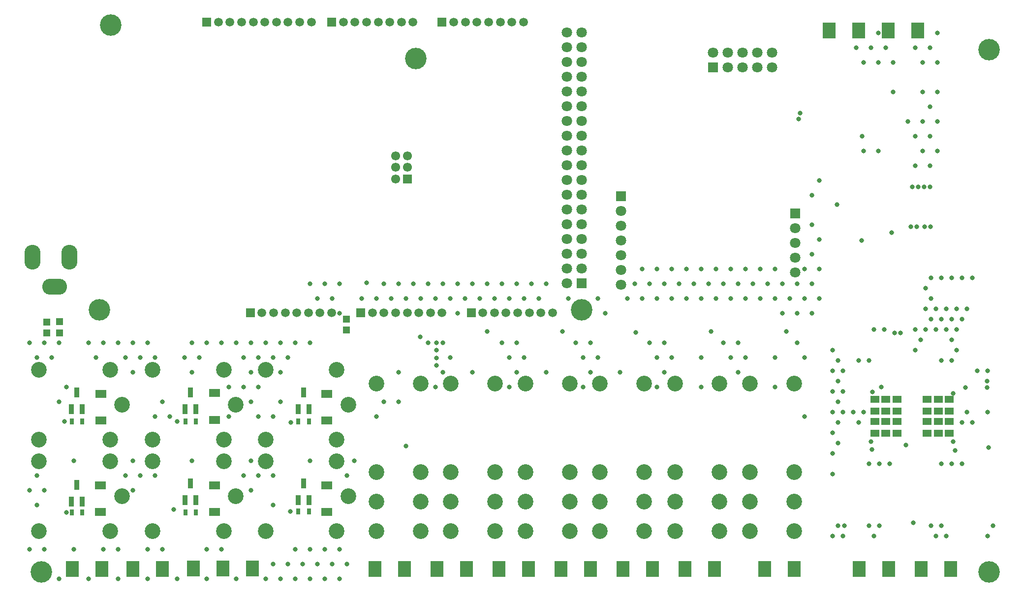
<source format=gbs>
G04 Layer_Color=16711935*
%FSTAX24Y24*%
%MOIN*%
G70*
G01*
G75*
%ADD53R,0.0513X0.0513*%
%ADD57R,0.0316X0.0434*%
%ADD63R,0.0630X0.0513*%
%ADD68C,0.0710*%
%ADD69R,0.0710X0.0710*%
%ADD70C,0.1458*%
%ADD71R,0.0867X0.1064*%
%ADD72O,0.1680X0.1080*%
%ADD73O,0.1080X0.1680*%
%ADD74C,0.0592*%
%ADD75R,0.0592X0.0592*%
%ADD76R,0.0710X0.0710*%
%ADD77C,0.0612*%
%ADD78R,0.0612X0.0612*%
%ADD79C,0.1064*%
%ADD80C,0.0320*%
%ADD81R,0.0760X0.0533*%
%ADD82R,0.0320X0.0680*%
D53*
X04545Y032846D02*
D03*
Y033594D02*
D03*
X02601Y033414D02*
D03*
Y032666D02*
D03*
X02516Y033404D02*
D03*
Y032656D02*
D03*
D57*
X042915Y02055D02*
D03*
X0422Y02055D02*
D03*
X035265Y0205D02*
D03*
X03455Y0205D02*
D03*
X027565Y0205D02*
D03*
X02685Y0205D02*
D03*
X027565Y02665D02*
D03*
X02685Y02665D02*
D03*
X035265Y02665D02*
D03*
X03455Y02665D02*
D03*
X042915Y02665D02*
D03*
X0422Y02665D02*
D03*
D63*
X08275Y02815D02*
D03*
Y027363D02*
D03*
X082Y02815D02*
D03*
Y027363D02*
D03*
X08126Y02815D02*
D03*
Y027363D02*
D03*
X08275Y025863D02*
D03*
Y02665D02*
D03*
X082Y025863D02*
D03*
Y02665D02*
D03*
X08125Y025863D02*
D03*
Y02665D02*
D03*
X0863Y027363D02*
D03*
Y02815D02*
D03*
X08555Y027363D02*
D03*
Y02815D02*
D03*
X0848Y027363D02*
D03*
Y02815D02*
D03*
X0863Y02665D02*
D03*
Y025863D02*
D03*
X08555Y02665D02*
D03*
Y025863D02*
D03*
X0848Y02665D02*
D03*
Y025863D02*
D03*
D68*
X0703Y05165D02*
D03*
X0713D02*
D03*
X0723D02*
D03*
X0733D02*
D03*
X0743D02*
D03*
Y05065D02*
D03*
X0733D02*
D03*
X0723D02*
D03*
X0713D02*
D03*
X060386Y036013D02*
D03*
Y037013D02*
D03*
Y038013D02*
D03*
Y039013D02*
D03*
Y040013D02*
D03*
Y041013D02*
D03*
Y042013D02*
D03*
Y043013D02*
D03*
Y044013D02*
D03*
Y045013D02*
D03*
Y046013D02*
D03*
Y047013D02*
D03*
Y048013D02*
D03*
Y049013D02*
D03*
Y050013D02*
D03*
Y051013D02*
D03*
Y052013D02*
D03*
Y053013D02*
D03*
X061386D02*
D03*
Y052013D02*
D03*
Y051013D02*
D03*
Y050013D02*
D03*
Y049013D02*
D03*
Y048013D02*
D03*
Y047013D02*
D03*
Y046013D02*
D03*
Y045013D02*
D03*
Y044013D02*
D03*
Y043013D02*
D03*
Y042013D02*
D03*
Y041013D02*
D03*
Y040013D02*
D03*
Y039013D02*
D03*
Y038013D02*
D03*
Y037013D02*
D03*
X075859Y036747D02*
D03*
Y037747D02*
D03*
Y038747D02*
D03*
Y039747D02*
D03*
X064048Y035928D02*
D03*
Y036928D02*
D03*
Y037928D02*
D03*
Y038928D02*
D03*
Y040928D02*
D03*
Y039928D02*
D03*
D69*
X0703Y05065D02*
D03*
D70*
X089Y051864D02*
D03*
Y01645D02*
D03*
X024775D02*
D03*
X028712Y034234D02*
D03*
X061389D02*
D03*
X050168Y051274D02*
D03*
X029499Y053526D02*
D03*
D71*
X08215Y05315D02*
D03*
X08415D02*
D03*
X080155D02*
D03*
X07816D02*
D03*
X0822Y01665D02*
D03*
X0802D02*
D03*
X0371Y0167D02*
D03*
X0351D02*
D03*
X039095D02*
D03*
X0864Y01665D02*
D03*
X0844D02*
D03*
X0289D02*
D03*
X0269D02*
D03*
X033D02*
D03*
X031D02*
D03*
X0758D02*
D03*
X0738D02*
D03*
X0704D02*
D03*
X0684D02*
D03*
X0494D02*
D03*
X0474D02*
D03*
X0536D02*
D03*
X0516D02*
D03*
X0578D02*
D03*
X0558D02*
D03*
X062D02*
D03*
X06D02*
D03*
X0662D02*
D03*
X0642D02*
D03*
D72*
X025684Y035778D02*
D03*
D73*
X024184Y037778D02*
D03*
X026684D02*
D03*
D74*
X057452Y053722D02*
D03*
X036783D02*
D03*
X03757D02*
D03*
X038358D02*
D03*
X039145D02*
D03*
X039932D02*
D03*
X04072D02*
D03*
X041507D02*
D03*
X042294D02*
D03*
X043082D02*
D03*
X052728D02*
D03*
X053515D02*
D03*
X054302D02*
D03*
X05509D02*
D03*
X055877D02*
D03*
X056665D02*
D03*
X045247D02*
D03*
X046035D02*
D03*
X046822D02*
D03*
X047609D02*
D03*
X048397D02*
D03*
X049184D02*
D03*
X049972D02*
D03*
X054696Y034037D02*
D03*
X055483D02*
D03*
X056271D02*
D03*
X057058D02*
D03*
X057846D02*
D03*
X058633D02*
D03*
X047216D02*
D03*
X048003D02*
D03*
X048791D02*
D03*
X049578D02*
D03*
X050365D02*
D03*
X051153D02*
D03*
X039735D02*
D03*
X040523D02*
D03*
X04131D02*
D03*
X042098D02*
D03*
X042885D02*
D03*
X043672D02*
D03*
X04446D02*
D03*
X05942D02*
D03*
X05194D02*
D03*
D75*
X035995Y053722D02*
D03*
X05194D02*
D03*
X04446D02*
D03*
X053909Y034037D02*
D03*
X046428D02*
D03*
X038948D02*
D03*
D76*
X061386Y036013D02*
D03*
X075859Y040747D02*
D03*
X064048Y041928D02*
D03*
D77*
X049578Y04388D02*
D03*
Y044667D02*
D03*
X048791D02*
D03*
Y04388D02*
D03*
Y043093D02*
D03*
D78*
X049578D02*
D03*
D79*
X029442Y023961D02*
D03*
Y019237D02*
D03*
X024639D02*
D03*
Y023961D02*
D03*
X030249Y021599D02*
D03*
X037142Y030161D02*
D03*
Y025437D02*
D03*
X032339D02*
D03*
Y030161D02*
D03*
X037949Y027799D02*
D03*
X029442Y030161D02*
D03*
Y025437D02*
D03*
X024639D02*
D03*
Y030161D02*
D03*
X030249Y027799D02*
D03*
X044792Y030161D02*
D03*
Y025437D02*
D03*
X039989D02*
D03*
Y030161D02*
D03*
X045599Y027799D02*
D03*
X037142Y023961D02*
D03*
Y019237D02*
D03*
X032339D02*
D03*
Y023961D02*
D03*
X037949Y021599D02*
D03*
X044792Y023961D02*
D03*
Y019237D02*
D03*
X039989D02*
D03*
Y023961D02*
D03*
X045599Y021599D02*
D03*
X047484Y029211D02*
D03*
X050476D02*
D03*
X047484Y019211D02*
D03*
Y021211D02*
D03*
Y023211D02*
D03*
X050476Y019211D02*
D03*
Y021211D02*
D03*
Y023211D02*
D03*
X052534Y029211D02*
D03*
X055526D02*
D03*
X052534Y019211D02*
D03*
Y021211D02*
D03*
Y023211D02*
D03*
X055526Y019211D02*
D03*
Y021211D02*
D03*
Y023211D02*
D03*
X057584Y029211D02*
D03*
X060576D02*
D03*
X057584Y019211D02*
D03*
Y021211D02*
D03*
Y023211D02*
D03*
X060576Y019211D02*
D03*
Y021211D02*
D03*
Y023211D02*
D03*
X062634Y029211D02*
D03*
X065626D02*
D03*
X062634Y019211D02*
D03*
Y021211D02*
D03*
Y023211D02*
D03*
X065626Y019211D02*
D03*
Y021211D02*
D03*
Y023211D02*
D03*
X067734Y029211D02*
D03*
X070726D02*
D03*
X067734Y019211D02*
D03*
Y021211D02*
D03*
Y023211D02*
D03*
X070726Y019211D02*
D03*
Y021211D02*
D03*
Y023211D02*
D03*
X072784Y029211D02*
D03*
X075776D02*
D03*
X072784Y019211D02*
D03*
Y021211D02*
D03*
Y023211D02*
D03*
X075776Y019211D02*
D03*
Y021211D02*
D03*
Y023211D02*
D03*
D80*
X076Y032D02*
D03*
X0765Y031D02*
D03*
Y027D02*
D03*
X0745Y031D02*
D03*
Y029D02*
D03*
X072Y032D02*
D03*
X0725Y031D02*
D03*
X072Y03D02*
D03*
X071Y032D02*
D03*
X0715Y031D02*
D03*
X0695D02*
D03*
Y029D02*
D03*
X067Y032D02*
D03*
X0675Y031D02*
D03*
X067Y03D02*
D03*
X066Y032D02*
D03*
X0665Y031D02*
D03*
Y029D02*
D03*
X064Y03D02*
D03*
X062Y032D02*
D03*
X0625Y031D02*
D03*
X062Y03D02*
D03*
X061Y032D02*
D03*
X0615Y031D02*
D03*
Y029D02*
D03*
X059Y03D02*
D03*
X057Y032D02*
D03*
X0575Y031D02*
D03*
X057Y03D02*
D03*
X056Y032D02*
D03*
X0565Y031D02*
D03*
Y029D02*
D03*
X054Y03D02*
D03*
X052Y032D02*
D03*
X0525Y031D02*
D03*
X052Y03D02*
D03*
X051Y032D02*
D03*
X0515Y029D02*
D03*
X049Y03D02*
D03*
Y028D02*
D03*
X0495Y025D02*
D03*
X048Y028D02*
D03*
X0475Y027D02*
D03*
X046Y024D02*
D03*
X0455Y023D02*
D03*
X045Y018D02*
D03*
X0455Y017D02*
D03*
X045Y016D02*
D03*
X044Y018D02*
D03*
X0445Y017D02*
D03*
X044Y016D02*
D03*
X043Y032D02*
D03*
Y024D02*
D03*
Y018D02*
D03*
X0435Y017D02*
D03*
X043Y016D02*
D03*
X042Y032D02*
D03*
Y018D02*
D03*
X0425Y017D02*
D03*
X042Y016D02*
D03*
X041Y032D02*
D03*
X0415Y031D02*
D03*
X041Y03D02*
D03*
Y028D02*
D03*
X0415Y017D02*
D03*
X041Y016D02*
D03*
X04Y032D02*
D03*
X0405Y031D02*
D03*
Y027D02*
D03*
Y023D02*
D03*
Y021D02*
D03*
Y017D02*
D03*
X04Y016D02*
D03*
X039Y032D02*
D03*
X0395Y031D02*
D03*
X039Y03D02*
D03*
X0395Y029D02*
D03*
X039Y028D02*
D03*
X0395Y027D02*
D03*
X039Y024D02*
D03*
X0395Y023D02*
D03*
X039Y022D02*
D03*
X038Y032D02*
D03*
X0385Y031D02*
D03*
Y029D02*
D03*
Y023D02*
D03*
X038Y016D02*
D03*
X037Y032D02*
D03*
X0375Y029D02*
D03*
Y027D02*
D03*
X037Y018D02*
D03*
X036Y032D02*
D03*
Y018D02*
D03*
Y016D02*
D03*
X035Y032D02*
D03*
X0355Y031D02*
D03*
X035Y03D02*
D03*
Y024D02*
D03*
X0345Y031D02*
D03*
X034Y016D02*
D03*
X033Y028D02*
D03*
X0335Y027D02*
D03*
X033Y018D02*
D03*
X032Y032D02*
D03*
X0325Y031D02*
D03*
Y027D02*
D03*
Y023D02*
D03*
X032Y018D02*
D03*
Y016D02*
D03*
X031Y032D02*
D03*
X0315Y031D02*
D03*
X031Y03D02*
D03*
Y024D02*
D03*
X0315Y023D02*
D03*
X031Y022D02*
D03*
X03Y032D02*
D03*
X0305Y031D02*
D03*
Y023D02*
D03*
X03Y018D02*
D03*
Y016D02*
D03*
X029Y032D02*
D03*
Y018D02*
D03*
X028Y032D02*
D03*
X0285Y031D02*
D03*
X028Y016D02*
D03*
X027Y024D02*
D03*
Y018D02*
D03*
X026Y032D02*
D03*
X0265Y029D02*
D03*
X026Y028D02*
D03*
Y016D02*
D03*
X025Y032D02*
D03*
X0255Y031D02*
D03*
X025Y022D02*
D03*
Y018D02*
D03*
X024Y032D02*
D03*
X0245Y031D02*
D03*
Y023D02*
D03*
X024Y022D02*
D03*
X0245Y021D02*
D03*
X024Y018D02*
D03*
X0855Y053D02*
D03*
X085Y052D02*
D03*
X0855Y051D02*
D03*
Y049D02*
D03*
X085Y048D02*
D03*
X0855Y047D02*
D03*
X085Y046D02*
D03*
X0855Y045D02*
D03*
X085Y044D02*
D03*
X084Y052D02*
D03*
X0845Y051D02*
D03*
Y049D02*
D03*
Y047D02*
D03*
X084Y046D02*
D03*
X0845Y045D02*
D03*
X084Y044D02*
D03*
X0835Y047D02*
D03*
X082Y052D02*
D03*
X0825Y051D02*
D03*
Y049D02*
D03*
X0815Y053D02*
D03*
X081Y052D02*
D03*
X0815Y051D02*
D03*
Y045D02*
D03*
X08Y052D02*
D03*
X0805Y051D02*
D03*
Y045D02*
D03*
X0775Y043D02*
D03*
X077Y042D02*
D03*
Y04D02*
D03*
X0775Y039D02*
D03*
X077Y038D02*
D03*
X0775Y037D02*
D03*
X077Y036D02*
D03*
X0775Y035D02*
D03*
X077Y034D02*
D03*
X0765Y037D02*
D03*
X076Y036D02*
D03*
X0765Y035D02*
D03*
X076Y034D02*
D03*
X075Y036D02*
D03*
X0755Y035D02*
D03*
X075Y034D02*
D03*
X0745Y037D02*
D03*
X074Y036D02*
D03*
X0745Y035D02*
D03*
X0735Y037D02*
D03*
X073Y036D02*
D03*
X0735Y035D02*
D03*
X0725Y037D02*
D03*
X072Y036D02*
D03*
X0725Y035D02*
D03*
X0715Y037D02*
D03*
X071Y036D02*
D03*
X0715Y035D02*
D03*
X0705Y037D02*
D03*
X07Y036D02*
D03*
X0705Y035D02*
D03*
X0695Y037D02*
D03*
X069Y036D02*
D03*
X0695Y035D02*
D03*
X0685Y037D02*
D03*
X068Y036D02*
D03*
X0685Y035D02*
D03*
X0675Y037D02*
D03*
X067Y036D02*
D03*
X0675Y035D02*
D03*
X0665Y037D02*
D03*
X066Y036D02*
D03*
X0665Y035D02*
D03*
X0655Y037D02*
D03*
X065Y036D02*
D03*
X0655Y035D02*
D03*
X0645D02*
D03*
X063Y034D02*
D03*
X0625Y035D02*
D03*
X0605D02*
D03*
X059Y036D02*
D03*
X058D02*
D03*
X0585Y035D02*
D03*
X057Y036D02*
D03*
X0575Y035D02*
D03*
X056Y036D02*
D03*
X0565Y035D02*
D03*
X055Y036D02*
D03*
X0555Y035D02*
D03*
X054Y036D02*
D03*
X0545Y035D02*
D03*
X053Y036D02*
D03*
X0535Y035D02*
D03*
X053Y034D02*
D03*
X052Y036D02*
D03*
X0525Y035D02*
D03*
X051Y036D02*
D03*
X0515Y035D02*
D03*
X05Y036D02*
D03*
X0505Y035D02*
D03*
X049Y036D02*
D03*
X0495Y035D02*
D03*
X048Y036D02*
D03*
X0485Y035D02*
D03*
X0475D02*
D03*
X0465D02*
D03*
X045Y036D02*
D03*
Y034D02*
D03*
X044Y036D02*
D03*
X0445Y035D02*
D03*
X043Y036D02*
D03*
X0435Y035D02*
D03*
X0889Y0301D02*
D03*
Y0273D02*
D03*
X08925Y0196D02*
D03*
X0889Y0189D02*
D03*
X0882Y0301D02*
D03*
X08785Y0364D02*
D03*
X0875Y0343D02*
D03*
Y0273D02*
D03*
X08785Y0266D02*
D03*
X08715Y0364D02*
D03*
X0868Y0343D02*
D03*
X08715Y0336D02*
D03*
X0868Y0329D02*
D03*
Y0315D02*
D03*
X08715Y0266D02*
D03*
Y0238D02*
D03*
X08645Y0364D02*
D03*
X0861Y0343D02*
D03*
X08645Y0336D02*
D03*
X0861Y0329D02*
D03*
X08645Y0322D02*
D03*
Y0308D02*
D03*
Y0238D02*
D03*
X0861Y0189D02*
D03*
X08575Y0364D02*
D03*
X0854Y0343D02*
D03*
X08575Y0336D02*
D03*
X0854Y0329D02*
D03*
X08575Y0308D02*
D03*
Y0238D02*
D03*
Y0196D02*
D03*
X0854Y0189D02*
D03*
X08505Y0364D02*
D03*
X0847Y0357D02*
D03*
X08505Y035D02*
D03*
X0847Y0343D02*
D03*
X08505Y0336D02*
D03*
X0847Y0329D02*
D03*
X08505Y0196D02*
D03*
X084Y0329D02*
D03*
X08435Y0322D02*
D03*
X084Y0315D02*
D03*
X0819Y0329D02*
D03*
X08225Y0238D02*
D03*
X0812Y0329D02*
D03*
X08155Y0238D02*
D03*
Y0196D02*
D03*
X0812Y0189D02*
D03*
X08085Y0308D02*
D03*
X0805Y0273D02*
D03*
X08085Y0238D02*
D03*
Y0196D02*
D03*
X08015Y0308D02*
D03*
X0798Y0273D02*
D03*
X08015Y0266D02*
D03*
X0791Y0301D02*
D03*
Y0287D02*
D03*
Y0273D02*
D03*
Y0189D02*
D03*
X0784Y0315D02*
D03*
X07875Y0308D02*
D03*
X0784Y0301D02*
D03*
X07875Y0294D02*
D03*
X0784Y0287D02*
D03*
X07875Y028D02*
D03*
X0784Y0273D02*
D03*
X07875Y0266D02*
D03*
X0784Y0259D02*
D03*
X07875Y0252D02*
D03*
X0784Y0245D02*
D03*
Y0231D02*
D03*
X07875Y0196D02*
D03*
X0784Y0189D02*
D03*
X08655Y02857D02*
D03*
X08109Y02865D02*
D03*
X08655Y02528D02*
D03*
X08099Y02529D02*
D03*
X04681Y03607D02*
D03*
X0761Y04715D02*
D03*
X0762Y04755D02*
D03*
X05155Y03045D02*
D03*
Y03095D02*
D03*
Y0315D02*
D03*
Y032D02*
D03*
X07525Y03275D02*
D03*
X07015D02*
D03*
X06505Y0327D02*
D03*
X0601Y03275D02*
D03*
X055D02*
D03*
X05045Y0324D02*
D03*
X08885Y0294D02*
D03*
X0874Y02895D02*
D03*
X08885D02*
D03*
X04165Y02055D02*
D03*
X0417Y0266D02*
D03*
X03375Y0207D02*
D03*
X034Y02665D02*
D03*
X0265Y0205D02*
D03*
X02635Y02665D02*
D03*
X08335Y02505D02*
D03*
X08895Y0249D02*
D03*
X0817Y029D02*
D03*
X08105Y02475D02*
D03*
X0867Y0247D02*
D03*
X0792Y0196D02*
D03*
X08385Y0198D02*
D03*
X0804Y046D02*
D03*
X08298Y03265D02*
D03*
X08258D02*
D03*
X08464Y03985D02*
D03*
X08503D02*
D03*
X08036Y03891D02*
D03*
X0837Y03985D02*
D03*
X0841D02*
D03*
X0838Y04255D02*
D03*
X0842D02*
D03*
X0846D02*
D03*
X085D02*
D03*
X0824Y03945D02*
D03*
X0787Y04135D02*
D03*
D81*
X028791Y020512D02*
D03*
Y022328D02*
D03*
X036509Y028576D02*
D03*
Y02676D02*
D03*
X028809Y026711D02*
D03*
Y028528D02*
D03*
X044141Y028538D02*
D03*
Y026722D02*
D03*
X036509Y022339D02*
D03*
Y020522D02*
D03*
X044141Y022339D02*
D03*
Y020522D02*
D03*
D82*
X04255Y022464D02*
D03*
X042176Y021336D02*
D03*
X042924D02*
D03*
X0349Y022464D02*
D03*
X034526Y021336D02*
D03*
X035274D02*
D03*
X0272Y022364D02*
D03*
X026826Y021236D02*
D03*
X027574D02*
D03*
X0272Y028614D02*
D03*
X026826Y027486D02*
D03*
X027574D02*
D03*
X0349Y028614D02*
D03*
X034526Y027486D02*
D03*
X035274D02*
D03*
X04255Y028614D02*
D03*
X042176Y027486D02*
D03*
X042924D02*
D03*
M02*

</source>
